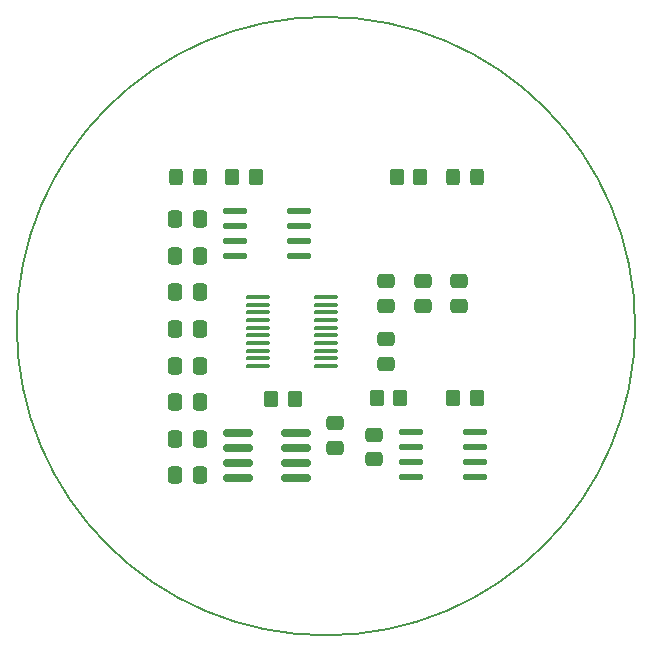
<source format=gbr>
%TF.GenerationSoftware,KiCad,Pcbnew,6.0.10-86aedd382b~118~ubuntu20.04.1*%
%TF.CreationDate,2023-01-12T10:33:16+01:00*%
%TF.ProjectId,thrust_controller,74687275-7374-45f6-936f-6e74726f6c6c,rev?*%
%TF.SameCoordinates,Original*%
%TF.FileFunction,Paste,Top*%
%TF.FilePolarity,Positive*%
%FSLAX46Y46*%
G04 Gerber Fmt 4.6, Leading zero omitted, Abs format (unit mm)*
G04 Created by KiCad (PCBNEW 6.0.10-86aedd382b~118~ubuntu20.04.1) date 2023-01-12 10:33:16*
%MOMM*%
%LPD*%
G01*
G04 APERTURE LIST*
G04 Aperture macros list*
%AMRoundRect*
0 Rectangle with rounded corners*
0 $1 Rounding radius*
0 $2 $3 $4 $5 $6 $7 $8 $9 X,Y pos of 4 corners*
0 Add a 4 corners polygon primitive as box body*
4,1,4,$2,$3,$4,$5,$6,$7,$8,$9,$2,$3,0*
0 Add four circle primitives for the rounded corners*
1,1,$1+$1,$2,$3*
1,1,$1+$1,$4,$5*
1,1,$1+$1,$6,$7*
1,1,$1+$1,$8,$9*
0 Add four rect primitives between the rounded corners*
20,1,$1+$1,$2,$3,$4,$5,0*
20,1,$1+$1,$4,$5,$6,$7,0*
20,1,$1+$1,$6,$7,$8,$9,0*
20,1,$1+$1,$8,$9,$2,$3,0*%
G04 Aperture macros list end*
%TA.AperFunction,Profile*%
%ADD10C,0.200000*%
%TD*%
%ADD11RoundRect,0.250000X-0.325000X-0.450000X0.325000X-0.450000X0.325000X0.450000X-0.325000X0.450000X0*%
%ADD12RoundRect,0.250000X0.337500X0.475000X-0.337500X0.475000X-0.337500X-0.475000X0.337500X-0.475000X0*%
%ADD13RoundRect,0.250000X-0.337500X-0.475000X0.337500X-0.475000X0.337500X0.475000X-0.337500X0.475000X0*%
%ADD14RoundRect,0.250000X-0.350000X-0.450000X0.350000X-0.450000X0.350000X0.450000X-0.350000X0.450000X0*%
%ADD15RoundRect,0.250000X0.475000X-0.337500X0.475000X0.337500X-0.475000X0.337500X-0.475000X-0.337500X0*%
%ADD16RoundRect,0.250000X-0.475000X0.337500X-0.475000X-0.337500X0.475000X-0.337500X0.475000X0.337500X0*%
%ADD17RoundRect,0.100000X-0.900000X-0.100000X0.900000X-0.100000X0.900000X0.100000X-0.900000X0.100000X0*%
%ADD18RoundRect,0.139500X0.860500X0.139500X-0.860500X0.139500X-0.860500X-0.139500X0.860500X-0.139500X0*%
%ADD19RoundRect,0.250000X0.325000X0.450000X-0.325000X0.450000X-0.325000X-0.450000X0.325000X-0.450000X0*%
%ADD20RoundRect,0.133150X0.866850X0.133150X-0.866850X0.133150X-0.866850X-0.133150X0.866850X-0.133150X0*%
%ADD21RoundRect,0.150000X-1.100000X-0.150000X1.100000X-0.150000X1.100000X0.150000X-1.100000X0.150000X0*%
G04 APERTURE END LIST*
D10*
X169350000Y-83700000D02*
G75*
G03*
X169350000Y-83700000I-26180000J0D01*
G01*
D11*
%TO.C,D1*%
X130435000Y-71050000D03*
X132485000Y-71050000D03*
%TD*%
D12*
%TO.C,C21*%
X132497500Y-74650000D03*
X130422500Y-74650000D03*
%TD*%
D13*
%TO.C,C11*%
X130422500Y-93250000D03*
X132497500Y-93250000D03*
%TD*%
D14*
%TO.C,R1*%
X147460000Y-89750000D03*
X149460000Y-89750000D03*
%TD*%
D12*
%TO.C,C6*%
X132497500Y-80850000D03*
X130422500Y-80850000D03*
%TD*%
D15*
%TO.C,C19*%
X148260000Y-81987500D03*
X148260000Y-79912500D03*
%TD*%
D16*
%TO.C,C15*%
X148260000Y-84812500D03*
X148260000Y-86887500D03*
%TD*%
D15*
%TO.C,C1*%
X143960000Y-93987500D03*
X143960000Y-91912500D03*
%TD*%
D17*
%TO.C,U6*%
X137447500Y-81225000D03*
X137447500Y-81875000D03*
X137447500Y-82525000D03*
X137447500Y-83175000D03*
X137447500Y-83825000D03*
X137447500Y-84475000D03*
X137447500Y-85125000D03*
X137447500Y-85775000D03*
X137447500Y-86425000D03*
X137447500Y-87075000D03*
X143172500Y-87075000D03*
X143172500Y-86425000D03*
X143172500Y-85775000D03*
X143172500Y-85125000D03*
X143172500Y-84475000D03*
X143172500Y-83825000D03*
X143172500Y-83175000D03*
X143172500Y-82525000D03*
X143172500Y-81875000D03*
X143172500Y-81225000D03*
%TD*%
D15*
%TO.C,C17*%
X154460000Y-81987500D03*
X154460000Y-79912500D03*
%TD*%
%TO.C,C2*%
X147260000Y-94987500D03*
X147260000Y-92912500D03*
%TD*%
D18*
%TO.C,U2*%
X155781348Y-96455000D03*
X155781348Y-95185000D03*
X155781348Y-93915000D03*
X155781348Y-92645000D03*
X150338652Y-92645000D03*
X150338652Y-93915000D03*
X150338652Y-95185000D03*
X150338652Y-96455000D03*
%TD*%
D15*
%TO.C,C18*%
X151360000Y-81987500D03*
X151360000Y-79912500D03*
%TD*%
D14*
%TO.C,R5*%
X135260000Y-71050000D03*
X137260000Y-71050000D03*
%TD*%
%TO.C,R4*%
X153960000Y-89750000D03*
X155960000Y-89750000D03*
%TD*%
D12*
%TO.C,C20*%
X132497500Y-87050000D03*
X130422500Y-87050000D03*
%TD*%
%TO.C,C8*%
X132497500Y-77750000D03*
X130422500Y-77750000D03*
%TD*%
%TO.C,C12*%
X132497500Y-90150000D03*
X130422500Y-90150000D03*
%TD*%
D13*
%TO.C,C10*%
X130422500Y-96350000D03*
X132497500Y-96350000D03*
%TD*%
D14*
%TO.C,R3*%
X138560000Y-89850000D03*
X140560000Y-89850000D03*
%TD*%
D12*
%TO.C,C22*%
X132497500Y-83950000D03*
X130422500Y-83950000D03*
%TD*%
D19*
%TO.C,D2*%
X155985000Y-71050000D03*
X153935000Y-71050000D03*
%TD*%
D20*
%TO.C,U5*%
X140881348Y-77755000D03*
X140881348Y-76485000D03*
X140881348Y-75215000D03*
X140881348Y-73945000D03*
X135438652Y-73945000D03*
X135438652Y-75215000D03*
X135438652Y-76485000D03*
X135438652Y-77755000D03*
%TD*%
D21*
%TO.C,U3*%
X135685000Y-92745000D03*
X135685000Y-94015000D03*
X135685000Y-95285000D03*
X135685000Y-96555000D03*
X140635000Y-96555000D03*
X140635000Y-95285000D03*
X140635000Y-94015000D03*
X140635000Y-92745000D03*
%TD*%
D14*
%TO.C,R2*%
X149160000Y-71050000D03*
X151160000Y-71050000D03*
%TD*%
M02*

</source>
